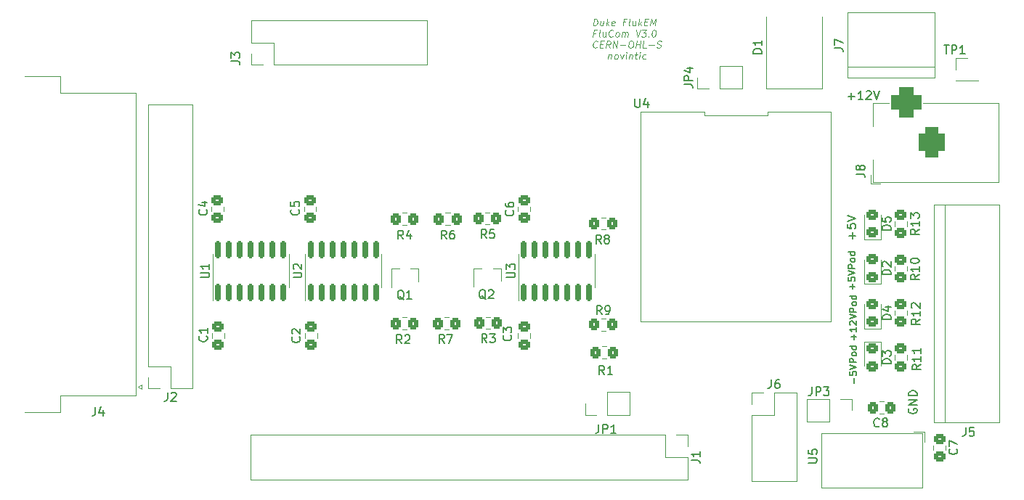
<source format=gbr>
G04 #@! TF.GenerationSoftware,KiCad,Pcbnew,(6.0.6-0)*
G04 #@! TF.CreationDate,2022-07-25T14:34:37+02:00*
G04 #@! TF.ProjectId,FluCom3 - SOIC,466c7543-6f6d-4332-902d-20534f49432e,3.0*
G04 #@! TF.SameCoordinates,Original*
G04 #@! TF.FileFunction,Legend,Top*
G04 #@! TF.FilePolarity,Positive*
%FSLAX46Y46*%
G04 Gerber Fmt 4.6, Leading zero omitted, Abs format (unit mm)*
G04 Created by KiCad (PCBNEW (6.0.6-0)) date 2022-07-25 14:34:37*
%MOMM*%
%LPD*%
G01*
G04 APERTURE LIST*
G04 Aperture macros list*
%AMRoundRect*
0 Rectangle with rounded corners*
0 $1 Rounding radius*
0 $2 $3 $4 $5 $6 $7 $8 $9 X,Y pos of 4 corners*
0 Add a 4 corners polygon primitive as box body*
4,1,4,$2,$3,$4,$5,$6,$7,$8,$9,$2,$3,0*
0 Add four circle primitives for the rounded corners*
1,1,$1+$1,$2,$3*
1,1,$1+$1,$4,$5*
1,1,$1+$1,$6,$7*
1,1,$1+$1,$8,$9*
0 Add four rect primitives between the rounded corners*
20,1,$1+$1,$2,$3,$4,$5,0*
20,1,$1+$1,$4,$5,$6,$7,0*
20,1,$1+$1,$6,$7,$8,$9,0*
20,1,$1+$1,$8,$9,$2,$3,0*%
G04 Aperture macros list end*
%ADD10C,0.100000*%
%ADD11C,0.200000*%
%ADD12C,0.150000*%
%ADD13C,0.120000*%
%ADD14RoundRect,0.250000X-0.450000X0.325000X-0.450000X-0.325000X0.450000X-0.325000X0.450000X0.325000X0*%
%ADD15RoundRect,0.250000X0.450000X-0.325000X0.450000X0.325000X-0.450000X0.325000X-0.450000X-0.325000X0*%
%ADD16R,3.300000X2.500000*%
%ADD17R,1.700000X1.700000*%
%ADD18O,1.700000X1.700000*%
%ADD19R,3.500000X3.500000*%
%ADD20RoundRect,0.750000X0.750000X1.000000X-0.750000X1.000000X-0.750000X-1.000000X0.750000X-1.000000X0*%
%ADD21RoundRect,0.875000X0.875000X0.875000X-0.875000X0.875000X-0.875000X-0.875000X0.875000X-0.875000X0*%
%ADD22R,3.000000X3.000000*%
%ADD23C,3.000000*%
%ADD24R,0.800000X0.900000*%
%ADD25RoundRect,0.250000X0.325000X0.450000X-0.325000X0.450000X-0.325000X-0.450000X0.325000X-0.450000X0*%
%ADD26RoundRect,0.150000X0.150000X-0.825000X0.150000X0.825000X-0.150000X0.825000X-0.150000X-0.825000X0*%
%ADD27R,1.500000X2.000000*%
%ADD28O,1.500000X2.000000*%
%ADD29RoundRect,0.250000X-0.325000X-0.450000X0.325000X-0.450000X0.325000X0.450000X-0.325000X0.450000X0*%
%ADD30R,1.600000X1.600000*%
%ADD31C,1.600000*%
%ADD32O,2.000000X1.200000*%
G04 APERTURE END LIST*
D10*
X123319500Y-86429904D02*
X123419500Y-85629904D01*
X123609976Y-85629904D01*
X123719500Y-85668000D01*
X123786166Y-85744190D01*
X123814738Y-85820380D01*
X123833785Y-85972761D01*
X123819500Y-86087047D01*
X123762357Y-86239428D01*
X123714738Y-86315619D01*
X123629023Y-86391809D01*
X123509976Y-86429904D01*
X123319500Y-86429904D01*
X124529023Y-85896571D02*
X124462357Y-86429904D01*
X124186166Y-85896571D02*
X124133785Y-86315619D01*
X124162357Y-86391809D01*
X124233785Y-86429904D01*
X124348071Y-86429904D01*
X124429023Y-86391809D01*
X124471880Y-86353714D01*
X124843309Y-86429904D02*
X124943309Y-85629904D01*
X124957595Y-86125142D02*
X125148071Y-86429904D01*
X125214738Y-85896571D02*
X124871880Y-86201333D01*
X125800452Y-86391809D02*
X125719500Y-86429904D01*
X125567119Y-86429904D01*
X125495690Y-86391809D01*
X125467119Y-86315619D01*
X125505214Y-86010857D01*
X125552833Y-85934666D01*
X125633785Y-85896571D01*
X125786166Y-85896571D01*
X125857595Y-85934666D01*
X125886166Y-86010857D01*
X125876642Y-86087047D01*
X125486166Y-86163238D01*
X127105214Y-86010857D02*
X126838547Y-86010857D01*
X126786166Y-86429904D02*
X126886166Y-85629904D01*
X127267119Y-85629904D01*
X127586166Y-86429904D02*
X127514738Y-86391809D01*
X127486166Y-86315619D01*
X127571880Y-85629904D01*
X128300452Y-85896571D02*
X128233785Y-86429904D01*
X127957595Y-85896571D02*
X127905214Y-86315619D01*
X127933785Y-86391809D01*
X128005214Y-86429904D01*
X128119500Y-86429904D01*
X128200452Y-86391809D01*
X128243309Y-86353714D01*
X128614738Y-86429904D02*
X128714738Y-85629904D01*
X128729023Y-86125142D02*
X128919500Y-86429904D01*
X128986166Y-85896571D02*
X128643309Y-86201333D01*
X129314738Y-86010857D02*
X129581404Y-86010857D01*
X129643309Y-86429904D02*
X129262357Y-86429904D01*
X129362357Y-85629904D01*
X129743309Y-85629904D01*
X129986166Y-86429904D02*
X130086166Y-85629904D01*
X130281404Y-86201333D01*
X130619500Y-85629904D01*
X130519500Y-86429904D01*
X123619500Y-87298857D02*
X123352833Y-87298857D01*
X123300452Y-87717904D02*
X123400452Y-86917904D01*
X123781404Y-86917904D01*
X124100452Y-87717904D02*
X124029023Y-87679809D01*
X124000452Y-87603619D01*
X124086166Y-86917904D01*
X124814738Y-87184571D02*
X124748071Y-87717904D01*
X124471880Y-87184571D02*
X124419500Y-87603619D01*
X124448071Y-87679809D01*
X124519500Y-87717904D01*
X124633785Y-87717904D01*
X124714738Y-87679809D01*
X124757595Y-87641714D01*
X125595690Y-87641714D02*
X125552833Y-87679809D01*
X125433785Y-87717904D01*
X125357595Y-87717904D01*
X125248071Y-87679809D01*
X125181404Y-87603619D01*
X125152833Y-87527428D01*
X125133785Y-87375047D01*
X125148071Y-87260761D01*
X125205214Y-87108380D01*
X125252833Y-87032190D01*
X125338547Y-86956000D01*
X125457595Y-86917904D01*
X125533785Y-86917904D01*
X125643309Y-86956000D01*
X125676642Y-86994095D01*
X126043309Y-87717904D02*
X125971880Y-87679809D01*
X125938547Y-87641714D01*
X125909976Y-87565523D01*
X125938547Y-87336952D01*
X125986166Y-87260761D01*
X126029023Y-87222666D01*
X126109976Y-87184571D01*
X126224261Y-87184571D01*
X126295690Y-87222666D01*
X126329023Y-87260761D01*
X126357595Y-87336952D01*
X126329023Y-87565523D01*
X126281404Y-87641714D01*
X126238547Y-87679809D01*
X126157595Y-87717904D01*
X126043309Y-87717904D01*
X126652833Y-87717904D02*
X126719500Y-87184571D01*
X126709976Y-87260761D02*
X126752833Y-87222666D01*
X126833785Y-87184571D01*
X126948071Y-87184571D01*
X127019500Y-87222666D01*
X127048071Y-87298857D01*
X126995690Y-87717904D01*
X127048071Y-87298857D02*
X127095690Y-87222666D01*
X127176642Y-87184571D01*
X127290928Y-87184571D01*
X127362357Y-87222666D01*
X127390928Y-87298857D01*
X127338547Y-87717904D01*
X128314738Y-86917904D02*
X128481404Y-87717904D01*
X128848071Y-86917904D01*
X129038547Y-86917904D02*
X129533785Y-86917904D01*
X129229023Y-87222666D01*
X129343309Y-87222666D01*
X129414738Y-87260761D01*
X129448071Y-87298857D01*
X129476642Y-87375047D01*
X129452833Y-87565523D01*
X129405214Y-87641714D01*
X129362357Y-87679809D01*
X129281404Y-87717904D01*
X129052833Y-87717904D01*
X128981404Y-87679809D01*
X128948071Y-87641714D01*
X129786166Y-87641714D02*
X129819500Y-87679809D01*
X129776642Y-87717904D01*
X129743309Y-87679809D01*
X129786166Y-87641714D01*
X129776642Y-87717904D01*
X130409976Y-86917904D02*
X130486166Y-86917904D01*
X130557595Y-86956000D01*
X130590928Y-86994095D01*
X130619500Y-87070285D01*
X130638547Y-87222666D01*
X130614738Y-87413142D01*
X130557595Y-87565523D01*
X130509976Y-87641714D01*
X130467119Y-87679809D01*
X130386166Y-87717904D01*
X130309976Y-87717904D01*
X130238547Y-87679809D01*
X130205214Y-87641714D01*
X130176642Y-87565523D01*
X130157595Y-87413142D01*
X130181404Y-87222666D01*
X130238547Y-87070285D01*
X130286166Y-86994095D01*
X130329023Y-86956000D01*
X130409976Y-86917904D01*
X123767119Y-88929714D02*
X123724261Y-88967809D01*
X123605214Y-89005904D01*
X123529023Y-89005904D01*
X123419500Y-88967809D01*
X123352833Y-88891619D01*
X123324261Y-88815428D01*
X123305214Y-88663047D01*
X123319500Y-88548761D01*
X123376642Y-88396380D01*
X123424261Y-88320190D01*
X123509976Y-88244000D01*
X123629023Y-88205904D01*
X123705214Y-88205904D01*
X123814738Y-88244000D01*
X123848071Y-88282095D01*
X124152833Y-88586857D02*
X124419500Y-88586857D01*
X124481404Y-89005904D02*
X124100452Y-89005904D01*
X124200452Y-88205904D01*
X124581404Y-88205904D01*
X125281404Y-89005904D02*
X125062357Y-88624952D01*
X124824261Y-89005904D02*
X124924261Y-88205904D01*
X125229023Y-88205904D01*
X125300452Y-88244000D01*
X125333785Y-88282095D01*
X125362357Y-88358285D01*
X125348071Y-88472571D01*
X125300452Y-88548761D01*
X125257595Y-88586857D01*
X125176642Y-88624952D01*
X124871880Y-88624952D01*
X125624261Y-89005904D02*
X125724261Y-88205904D01*
X126081404Y-89005904D01*
X126181404Y-88205904D01*
X126500452Y-88701142D02*
X127109976Y-88701142D01*
X127705214Y-88205904D02*
X127857595Y-88205904D01*
X127929023Y-88244000D01*
X127995690Y-88320190D01*
X128014738Y-88472571D01*
X127981404Y-88739238D01*
X127924261Y-88891619D01*
X127838547Y-88967809D01*
X127757595Y-89005904D01*
X127605214Y-89005904D01*
X127533785Y-88967809D01*
X127467119Y-88891619D01*
X127448071Y-88739238D01*
X127481404Y-88472571D01*
X127538547Y-88320190D01*
X127624261Y-88244000D01*
X127705214Y-88205904D01*
X128290928Y-89005904D02*
X128390928Y-88205904D01*
X128343309Y-88586857D02*
X128800452Y-88586857D01*
X128748071Y-89005904D02*
X128848071Y-88205904D01*
X129509976Y-89005904D02*
X129129023Y-89005904D01*
X129229023Y-88205904D01*
X129814738Y-88701142D02*
X130424261Y-88701142D01*
X130733785Y-88967809D02*
X130843309Y-89005904D01*
X131033785Y-89005904D01*
X131114738Y-88967809D01*
X131157595Y-88929714D01*
X131205214Y-88853523D01*
X131214738Y-88777333D01*
X131186166Y-88701142D01*
X131152833Y-88663047D01*
X131081404Y-88624952D01*
X130933785Y-88586857D01*
X130862357Y-88548761D01*
X130829023Y-88510666D01*
X130800452Y-88434476D01*
X130809976Y-88358285D01*
X130857595Y-88282095D01*
X130900452Y-88244000D01*
X130981404Y-88205904D01*
X131171880Y-88205904D01*
X131281404Y-88244000D01*
X125138547Y-89760571D02*
X125071880Y-90293904D01*
X125129023Y-89836761D02*
X125171880Y-89798666D01*
X125252833Y-89760571D01*
X125367119Y-89760571D01*
X125438547Y-89798666D01*
X125467119Y-89874857D01*
X125414738Y-90293904D01*
X125909976Y-90293904D02*
X125838547Y-90255809D01*
X125805214Y-90217714D01*
X125776642Y-90141523D01*
X125805214Y-89912952D01*
X125852833Y-89836761D01*
X125895690Y-89798666D01*
X125976642Y-89760571D01*
X126090928Y-89760571D01*
X126162357Y-89798666D01*
X126195690Y-89836761D01*
X126224261Y-89912952D01*
X126195690Y-90141523D01*
X126148071Y-90217714D01*
X126105214Y-90255809D01*
X126024261Y-90293904D01*
X125909976Y-90293904D01*
X126509976Y-89760571D02*
X126633785Y-90293904D01*
X126890928Y-89760571D01*
X127129023Y-90293904D02*
X127195690Y-89760571D01*
X127229023Y-89493904D02*
X127186166Y-89532000D01*
X127219500Y-89570095D01*
X127262357Y-89532000D01*
X127229023Y-89493904D01*
X127219500Y-89570095D01*
X127576642Y-89760571D02*
X127509976Y-90293904D01*
X127567119Y-89836761D02*
X127609976Y-89798666D01*
X127690928Y-89760571D01*
X127805214Y-89760571D01*
X127876642Y-89798666D01*
X127905214Y-89874857D01*
X127852833Y-90293904D01*
X128186166Y-89760571D02*
X128490928Y-89760571D01*
X128333785Y-89493904D02*
X128248071Y-90179619D01*
X128276642Y-90255809D01*
X128348071Y-90293904D01*
X128424261Y-90293904D01*
X128690928Y-90293904D02*
X128757595Y-89760571D01*
X128790928Y-89493904D02*
X128748071Y-89532000D01*
X128781404Y-89570095D01*
X128824261Y-89532000D01*
X128790928Y-89493904D01*
X128781404Y-89570095D01*
X129419500Y-90255809D02*
X129338547Y-90293904D01*
X129186166Y-90293904D01*
X129114738Y-90255809D01*
X129081404Y-90217714D01*
X129052833Y-90141523D01*
X129081404Y-89912952D01*
X129129023Y-89836761D01*
X129171880Y-89798666D01*
X129252833Y-89760571D01*
X129405214Y-89760571D01*
X129476642Y-89798666D01*
D11*
X153557142Y-117152380D02*
X153557142Y-116542857D01*
X153861904Y-116847619D02*
X153252380Y-116847619D01*
X153061904Y-115780952D02*
X153061904Y-116161904D01*
X153442857Y-116200000D01*
X153404761Y-116161904D01*
X153366666Y-116085714D01*
X153366666Y-115895238D01*
X153404761Y-115819047D01*
X153442857Y-115780952D01*
X153519047Y-115742857D01*
X153709523Y-115742857D01*
X153785714Y-115780952D01*
X153823809Y-115819047D01*
X153861904Y-115895238D01*
X153861904Y-116085714D01*
X153823809Y-116161904D01*
X153785714Y-116200000D01*
X153061904Y-115514285D02*
X153861904Y-115247619D01*
X153061904Y-114980952D01*
X153861904Y-114714285D02*
X153061904Y-114714285D01*
X153061904Y-114409523D01*
X153100000Y-114333333D01*
X153138095Y-114295238D01*
X153214285Y-114257142D01*
X153328571Y-114257142D01*
X153404761Y-114295238D01*
X153442857Y-114333333D01*
X153480952Y-114409523D01*
X153480952Y-114714285D01*
X153861904Y-113800000D02*
X153823809Y-113876190D01*
X153785714Y-113914285D01*
X153709523Y-113952380D01*
X153480952Y-113952380D01*
X153404761Y-113914285D01*
X153366666Y-113876190D01*
X153328571Y-113800000D01*
X153328571Y-113685714D01*
X153366666Y-113609523D01*
X153404761Y-113571428D01*
X153480952Y-113533333D01*
X153709523Y-113533333D01*
X153785714Y-113571428D01*
X153823809Y-113609523D01*
X153861904Y-113685714D01*
X153861904Y-113800000D01*
X153861904Y-112847619D02*
X153061904Y-112847619D01*
X153823809Y-112847619D02*
X153861904Y-112923809D01*
X153861904Y-113076190D01*
X153823809Y-113152380D01*
X153785714Y-113190476D01*
X153709523Y-113228571D01*
X153480952Y-113228571D01*
X153404761Y-113190476D01*
X153366666Y-113152380D01*
X153328571Y-113076190D01*
X153328571Y-112923809D01*
X153366666Y-112847619D01*
X153025695Y-94661028D02*
X153787600Y-94661028D01*
X153406647Y-95041980D02*
X153406647Y-94280076D01*
X154787600Y-95041980D02*
X154216171Y-95041980D01*
X154501885Y-95041980D02*
X154501885Y-94041980D01*
X154406647Y-94184838D01*
X154311409Y-94280076D01*
X154216171Y-94327695D01*
X155168552Y-94137219D02*
X155216171Y-94089600D01*
X155311409Y-94041980D01*
X155549504Y-94041980D01*
X155644742Y-94089600D01*
X155692361Y-94137219D01*
X155739980Y-94232457D01*
X155739980Y-94327695D01*
X155692361Y-94470552D01*
X155120933Y-95041980D01*
X155739980Y-95041980D01*
X156025695Y-94041980D02*
X156359028Y-95041980D01*
X156692361Y-94041980D01*
X160129600Y-131114704D02*
X160081980Y-131209942D01*
X160081980Y-131352800D01*
X160129600Y-131495657D01*
X160224838Y-131590895D01*
X160320076Y-131638514D01*
X160510552Y-131686133D01*
X160653409Y-131686133D01*
X160843885Y-131638514D01*
X160939123Y-131590895D01*
X161034361Y-131495657D01*
X161081980Y-131352800D01*
X161081980Y-131257561D01*
X161034361Y-131114704D01*
X160986742Y-131067085D01*
X160653409Y-131067085D01*
X160653409Y-131257561D01*
X161081980Y-130638514D02*
X160081980Y-130638514D01*
X161081980Y-130067085D01*
X160081980Y-130067085D01*
X161081980Y-129590895D02*
X160081980Y-129590895D01*
X160081980Y-129352800D01*
X160129600Y-129209942D01*
X160224838Y-129114704D01*
X160320076Y-129067085D01*
X160510552Y-129019466D01*
X160653409Y-129019466D01*
X160843885Y-129067085D01*
X160939123Y-129114704D01*
X161034361Y-129209942D01*
X161081980Y-129352800D01*
X161081980Y-129590895D01*
X153727142Y-123033333D02*
X153727142Y-122423809D01*
X154031904Y-122728571D02*
X153422380Y-122728571D01*
X154031904Y-121623809D02*
X154031904Y-122080952D01*
X154031904Y-121852380D02*
X153231904Y-121852380D01*
X153346190Y-121928571D01*
X153422380Y-122004761D01*
X153460476Y-122080952D01*
X153308095Y-121319047D02*
X153270000Y-121280952D01*
X153231904Y-121204761D01*
X153231904Y-121014285D01*
X153270000Y-120938095D01*
X153308095Y-120900000D01*
X153384285Y-120861904D01*
X153460476Y-120861904D01*
X153574761Y-120900000D01*
X154031904Y-121357142D01*
X154031904Y-120861904D01*
X153231904Y-120633333D02*
X154031904Y-120366666D01*
X153231904Y-120100000D01*
X154031904Y-119833333D02*
X153231904Y-119833333D01*
X153231904Y-119528571D01*
X153270000Y-119452380D01*
X153308095Y-119414285D01*
X153384285Y-119376190D01*
X153498571Y-119376190D01*
X153574761Y-119414285D01*
X153612857Y-119452380D01*
X153650952Y-119528571D01*
X153650952Y-119833333D01*
X154031904Y-118919047D02*
X153993809Y-118995238D01*
X153955714Y-119033333D01*
X153879523Y-119071428D01*
X153650952Y-119071428D01*
X153574761Y-119033333D01*
X153536666Y-118995238D01*
X153498571Y-118919047D01*
X153498571Y-118804761D01*
X153536666Y-118728571D01*
X153574761Y-118690476D01*
X153650952Y-118652380D01*
X153879523Y-118652380D01*
X153955714Y-118690476D01*
X153993809Y-118728571D01*
X154031904Y-118804761D01*
X154031904Y-118919047D01*
X154031904Y-117966666D02*
X153231904Y-117966666D01*
X153993809Y-117966666D02*
X154031904Y-118042857D01*
X154031904Y-118195238D01*
X153993809Y-118271428D01*
X153955714Y-118309523D01*
X153879523Y-118347619D01*
X153650952Y-118347619D01*
X153574761Y-118309523D01*
X153536666Y-118271428D01*
X153498571Y-118195238D01*
X153498571Y-118042857D01*
X153536666Y-117966666D01*
X153727142Y-128152380D02*
X153727142Y-127542857D01*
X153231904Y-126780952D02*
X153231904Y-127161904D01*
X153612857Y-127200000D01*
X153574761Y-127161904D01*
X153536666Y-127085714D01*
X153536666Y-126895238D01*
X153574761Y-126819047D01*
X153612857Y-126780952D01*
X153689047Y-126742857D01*
X153879523Y-126742857D01*
X153955714Y-126780952D01*
X153993809Y-126819047D01*
X154031904Y-126895238D01*
X154031904Y-127085714D01*
X153993809Y-127161904D01*
X153955714Y-127200000D01*
X153231904Y-126514285D02*
X154031904Y-126247619D01*
X153231904Y-125980952D01*
X154031904Y-125714285D02*
X153231904Y-125714285D01*
X153231904Y-125409523D01*
X153270000Y-125333333D01*
X153308095Y-125295238D01*
X153384285Y-125257142D01*
X153498571Y-125257142D01*
X153574761Y-125295238D01*
X153612857Y-125333333D01*
X153650952Y-125409523D01*
X153650952Y-125714285D01*
X154031904Y-124800000D02*
X153993809Y-124876190D01*
X153955714Y-124914285D01*
X153879523Y-124952380D01*
X153650952Y-124952380D01*
X153574761Y-124914285D01*
X153536666Y-124876190D01*
X153498571Y-124800000D01*
X153498571Y-124685714D01*
X153536666Y-124609523D01*
X153574761Y-124571428D01*
X153650952Y-124533333D01*
X153879523Y-124533333D01*
X153955714Y-124571428D01*
X153993809Y-124609523D01*
X154031904Y-124685714D01*
X154031904Y-124800000D01*
X154031904Y-123847619D02*
X153231904Y-123847619D01*
X153993809Y-123847619D02*
X154031904Y-123923809D01*
X154031904Y-124076190D01*
X153993809Y-124152380D01*
X153955714Y-124190476D01*
X153879523Y-124228571D01*
X153650952Y-124228571D01*
X153574761Y-124190476D01*
X153536666Y-124152380D01*
X153498571Y-124076190D01*
X153498571Y-123923809D01*
X153536666Y-123847619D01*
X153571428Y-111285714D02*
X153571428Y-110523809D01*
X153952380Y-110904761D02*
X153190476Y-110904761D01*
X152952380Y-109571428D02*
X152952380Y-110047619D01*
X153428571Y-110095238D01*
X153380952Y-110047619D01*
X153333333Y-109952380D01*
X153333333Y-109714285D01*
X153380952Y-109619047D01*
X153428571Y-109571428D01*
X153523809Y-109523809D01*
X153761904Y-109523809D01*
X153857142Y-109571428D01*
X153904761Y-109619047D01*
X153952380Y-109714285D01*
X153952380Y-109952380D01*
X153904761Y-110047619D01*
X153857142Y-110095238D01*
X152952380Y-109238095D02*
X153952380Y-108904761D01*
X152952380Y-108571428D01*
D12*
X78260742Y-122647066D02*
X78308361Y-122694685D01*
X78355980Y-122837542D01*
X78355980Y-122932780D01*
X78308361Y-123075638D01*
X78213123Y-123170876D01*
X78117885Y-123218495D01*
X77927409Y-123266114D01*
X77784552Y-123266114D01*
X77594076Y-123218495D01*
X77498838Y-123170876D01*
X77403600Y-123075638D01*
X77355980Y-122932780D01*
X77355980Y-122837542D01*
X77403600Y-122694685D01*
X77451219Y-122647066D01*
X78355980Y-121694685D02*
X78355980Y-122266114D01*
X78355980Y-121980400D02*
X77355980Y-121980400D01*
X77498838Y-122075638D01*
X77594076Y-122170876D01*
X77641695Y-122266114D01*
X89081142Y-122747066D02*
X89128761Y-122794685D01*
X89176380Y-122937542D01*
X89176380Y-123032780D01*
X89128761Y-123175638D01*
X89033523Y-123270876D01*
X88938285Y-123318495D01*
X88747809Y-123366114D01*
X88604952Y-123366114D01*
X88414476Y-123318495D01*
X88319238Y-123270876D01*
X88224000Y-123175638D01*
X88176380Y-123032780D01*
X88176380Y-122937542D01*
X88224000Y-122794685D01*
X88271619Y-122747066D01*
X88271619Y-122366114D02*
X88224000Y-122318495D01*
X88176380Y-122223257D01*
X88176380Y-121985161D01*
X88224000Y-121889923D01*
X88271619Y-121842304D01*
X88366857Y-121794685D01*
X88462095Y-121794685D01*
X88604952Y-121842304D01*
X89176380Y-122413733D01*
X89176380Y-121794685D01*
X88979542Y-107889266D02*
X89027161Y-107936885D01*
X89074780Y-108079742D01*
X89074780Y-108174980D01*
X89027161Y-108317838D01*
X88931923Y-108413076D01*
X88836685Y-108460695D01*
X88646209Y-108508314D01*
X88503352Y-108508314D01*
X88312876Y-108460695D01*
X88217638Y-108413076D01*
X88122400Y-108317838D01*
X88074780Y-108174980D01*
X88074780Y-108079742D01*
X88122400Y-107936885D01*
X88170019Y-107889266D01*
X88074780Y-106984504D02*
X88074780Y-107460695D01*
X88550971Y-107508314D01*
X88503352Y-107460695D01*
X88455733Y-107365457D01*
X88455733Y-107127361D01*
X88503352Y-107032123D01*
X88550971Y-106984504D01*
X88646209Y-106936885D01*
X88884304Y-106936885D01*
X88979542Y-106984504D01*
X89027161Y-107032123D01*
X89074780Y-107127361D01*
X89074780Y-107365457D01*
X89027161Y-107460695D01*
X88979542Y-107508314D01*
X165710142Y-135802666D02*
X165757761Y-135850285D01*
X165805380Y-135993142D01*
X165805380Y-136088380D01*
X165757761Y-136231238D01*
X165662523Y-136326476D01*
X165567285Y-136374095D01*
X165376809Y-136421714D01*
X165233952Y-136421714D01*
X165043476Y-136374095D01*
X164948238Y-136326476D01*
X164853000Y-136231238D01*
X164805380Y-136088380D01*
X164805380Y-135993142D01*
X164853000Y-135850285D01*
X164900619Y-135802666D01*
X164805380Y-135469333D02*
X164805380Y-134802666D01*
X165805380Y-135231238D01*
X158027380Y-115463095D02*
X157027380Y-115463095D01*
X157027380Y-115225000D01*
X157075000Y-115082142D01*
X157170238Y-114986904D01*
X157265476Y-114939285D01*
X157455952Y-114891666D01*
X157598809Y-114891666D01*
X157789285Y-114939285D01*
X157884523Y-114986904D01*
X157979761Y-115082142D01*
X158027380Y-115225000D01*
X158027380Y-115463095D01*
X157122619Y-114510714D02*
X157075000Y-114463095D01*
X157027380Y-114367857D01*
X157027380Y-114129761D01*
X157075000Y-114034523D01*
X157122619Y-113986904D01*
X157217857Y-113939285D01*
X157313095Y-113939285D01*
X157455952Y-113986904D01*
X158027380Y-114558333D01*
X158027380Y-113939285D01*
X158027380Y-125863095D02*
X157027380Y-125863095D01*
X157027380Y-125625000D01*
X157075000Y-125482142D01*
X157170238Y-125386904D01*
X157265476Y-125339285D01*
X157455952Y-125291666D01*
X157598809Y-125291666D01*
X157789285Y-125339285D01*
X157884523Y-125386904D01*
X157979761Y-125482142D01*
X158027380Y-125625000D01*
X158027380Y-125863095D01*
X157027380Y-124958333D02*
X157027380Y-124339285D01*
X157408333Y-124672619D01*
X157408333Y-124529761D01*
X157455952Y-124434523D01*
X157503571Y-124386904D01*
X157598809Y-124339285D01*
X157836904Y-124339285D01*
X157932142Y-124386904D01*
X157979761Y-124434523D01*
X158027380Y-124529761D01*
X158027380Y-124815476D01*
X157979761Y-124910714D01*
X157932142Y-124958333D01*
X158059380Y-120663095D02*
X157059380Y-120663095D01*
X157059380Y-120425000D01*
X157107000Y-120282142D01*
X157202238Y-120186904D01*
X157297476Y-120139285D01*
X157487952Y-120091666D01*
X157630809Y-120091666D01*
X157821285Y-120139285D01*
X157916523Y-120186904D01*
X158011761Y-120282142D01*
X158059380Y-120425000D01*
X158059380Y-120663095D01*
X157392714Y-119234523D02*
X158059380Y-119234523D01*
X157011761Y-119472619D02*
X157726047Y-119710714D01*
X157726047Y-119091666D01*
X158027380Y-110263095D02*
X157027380Y-110263095D01*
X157027380Y-110025000D01*
X157075000Y-109882142D01*
X157170238Y-109786904D01*
X157265476Y-109739285D01*
X157455952Y-109691666D01*
X157598809Y-109691666D01*
X157789285Y-109739285D01*
X157884523Y-109786904D01*
X157979761Y-109882142D01*
X158027380Y-110025000D01*
X158027380Y-110263095D01*
X157027380Y-108786904D02*
X157027380Y-109263095D01*
X157503571Y-109310714D01*
X157455952Y-109263095D01*
X157408333Y-109167857D01*
X157408333Y-108929761D01*
X157455952Y-108834523D01*
X157503571Y-108786904D01*
X157598809Y-108739285D01*
X157836904Y-108739285D01*
X157932142Y-108786904D01*
X157979761Y-108834523D01*
X158027380Y-108929761D01*
X158027380Y-109167857D01*
X157979761Y-109263095D01*
X157932142Y-109310714D01*
X142971780Y-89663495D02*
X141971780Y-89663495D01*
X141971780Y-89425400D01*
X142019400Y-89282542D01*
X142114638Y-89187304D01*
X142209876Y-89139685D01*
X142400352Y-89092066D01*
X142543209Y-89092066D01*
X142733685Y-89139685D01*
X142828923Y-89187304D01*
X142924161Y-89282542D01*
X142971780Y-89425400D01*
X142971780Y-89663495D01*
X142971780Y-88139685D02*
X142971780Y-88711114D01*
X142971780Y-88425400D02*
X141971780Y-88425400D01*
X142114638Y-88520638D01*
X142209876Y-88615876D01*
X142257495Y-88711114D01*
X134782380Y-137103333D02*
X135496666Y-137103333D01*
X135639523Y-137150952D01*
X135734761Y-137246190D01*
X135782380Y-137389047D01*
X135782380Y-137484285D01*
X135782380Y-136103333D02*
X135782380Y-136674761D01*
X135782380Y-136389047D02*
X134782380Y-136389047D01*
X134925238Y-136484285D01*
X135020476Y-136579523D01*
X135068095Y-136674761D01*
X73711666Y-129207380D02*
X73711666Y-129921666D01*
X73664047Y-130064523D01*
X73568809Y-130159761D01*
X73425952Y-130207380D01*
X73330714Y-130207380D01*
X74140238Y-129302619D02*
X74187857Y-129255000D01*
X74283095Y-129207380D01*
X74521190Y-129207380D01*
X74616428Y-129255000D01*
X74664047Y-129302619D01*
X74711666Y-129397857D01*
X74711666Y-129493095D01*
X74664047Y-129635952D01*
X74092619Y-130207380D01*
X74711666Y-130207380D01*
X153991380Y-103708333D02*
X154705666Y-103708333D01*
X154848523Y-103755952D01*
X154943761Y-103851190D01*
X154991380Y-103994047D01*
X154991380Y-104089285D01*
X154419952Y-103089285D02*
X154372333Y-103184523D01*
X154324714Y-103232142D01*
X154229476Y-103279761D01*
X154181857Y-103279761D01*
X154086619Y-103232142D01*
X154039000Y-103184523D01*
X153991380Y-103089285D01*
X153991380Y-102898809D01*
X154039000Y-102803571D01*
X154086619Y-102755952D01*
X154181857Y-102708333D01*
X154229476Y-102708333D01*
X154324714Y-102755952D01*
X154372333Y-102803571D01*
X154419952Y-102898809D01*
X154419952Y-103089285D01*
X154467571Y-103184523D01*
X154515190Y-103232142D01*
X154610428Y-103279761D01*
X154800904Y-103279761D01*
X154896142Y-103232142D01*
X154943761Y-103184523D01*
X154991380Y-103089285D01*
X154991380Y-102898809D01*
X154943761Y-102803571D01*
X154896142Y-102755952D01*
X154800904Y-102708333D01*
X154610428Y-102708333D01*
X154515190Y-102755952D01*
X154467571Y-102803571D01*
X154419952Y-102898809D01*
X166747866Y-133310380D02*
X166747866Y-134024666D01*
X166700247Y-134167523D01*
X166605009Y-134262761D01*
X166462152Y-134310380D01*
X166366914Y-134310380D01*
X167700247Y-133310380D02*
X167224057Y-133310380D01*
X167176438Y-133786571D01*
X167224057Y-133738952D01*
X167319295Y-133691333D01*
X167557390Y-133691333D01*
X167652628Y-133738952D01*
X167700247Y-133786571D01*
X167747866Y-133881809D01*
X167747866Y-134119904D01*
X167700247Y-134215142D01*
X167652628Y-134262761D01*
X167557390Y-134310380D01*
X167319295Y-134310380D01*
X167224057Y-134262761D01*
X167176438Y-134215142D01*
X151452380Y-89033333D02*
X152166666Y-89033333D01*
X152309523Y-89080952D01*
X152404761Y-89176190D01*
X152452380Y-89319047D01*
X152452380Y-89414285D01*
X151452380Y-88652380D02*
X151452380Y-87985714D01*
X152452380Y-88414285D01*
X148823466Y-128585980D02*
X148823466Y-129300266D01*
X148775847Y-129443123D01*
X148680609Y-129538361D01*
X148537752Y-129585980D01*
X148442514Y-129585980D01*
X149299657Y-129585980D02*
X149299657Y-128585980D01*
X149680609Y-128585980D01*
X149775847Y-128633600D01*
X149823466Y-128681219D01*
X149871085Y-128776457D01*
X149871085Y-128919314D01*
X149823466Y-129014552D01*
X149775847Y-129062171D01*
X149680609Y-129109790D01*
X149299657Y-129109790D01*
X150204419Y-128585980D02*
X150823466Y-128585980D01*
X150490133Y-128966933D01*
X150632990Y-128966933D01*
X150728228Y-129014552D01*
X150775847Y-129062171D01*
X150823466Y-129157409D01*
X150823466Y-129395504D01*
X150775847Y-129490742D01*
X150728228Y-129538361D01*
X150632990Y-129585980D01*
X150347276Y-129585980D01*
X150252038Y-129538361D01*
X150204419Y-129490742D01*
X110806761Y-118347619D02*
X110711523Y-118300000D01*
X110616285Y-118204761D01*
X110473428Y-118061904D01*
X110378190Y-118014285D01*
X110282952Y-118014285D01*
X110330571Y-118252380D02*
X110235333Y-118204761D01*
X110140095Y-118109523D01*
X110092476Y-117919047D01*
X110092476Y-117585714D01*
X110140095Y-117395238D01*
X110235333Y-117300000D01*
X110330571Y-117252380D01*
X110521047Y-117252380D01*
X110616285Y-117300000D01*
X110711523Y-117395238D01*
X110759142Y-117585714D01*
X110759142Y-117919047D01*
X110711523Y-118109523D01*
X110616285Y-118204761D01*
X110521047Y-118252380D01*
X110330571Y-118252380D01*
X111140095Y-117347619D02*
X111187714Y-117300000D01*
X111282952Y-117252380D01*
X111521047Y-117252380D01*
X111616285Y-117300000D01*
X111663904Y-117347619D01*
X111711523Y-117442857D01*
X111711523Y-117538095D01*
X111663904Y-117680952D01*
X111092476Y-118252380D01*
X111711523Y-118252380D01*
X161327380Y-115467857D02*
X160851190Y-115801190D01*
X161327380Y-116039285D02*
X160327380Y-116039285D01*
X160327380Y-115658333D01*
X160375000Y-115563095D01*
X160422619Y-115515476D01*
X160517857Y-115467857D01*
X160660714Y-115467857D01*
X160755952Y-115515476D01*
X160803571Y-115563095D01*
X160851190Y-115658333D01*
X160851190Y-116039285D01*
X161327380Y-114515476D02*
X161327380Y-115086904D01*
X161327380Y-114801190D02*
X160327380Y-114801190D01*
X160470238Y-114896428D01*
X160565476Y-114991666D01*
X160613095Y-115086904D01*
X160327380Y-113896428D02*
X160327380Y-113801190D01*
X160375000Y-113705952D01*
X160422619Y-113658333D01*
X160517857Y-113610714D01*
X160708333Y-113563095D01*
X160946428Y-113563095D01*
X161136904Y-113610714D01*
X161232142Y-113658333D01*
X161279761Y-113705952D01*
X161327380Y-113801190D01*
X161327380Y-113896428D01*
X161279761Y-113991666D01*
X161232142Y-114039285D01*
X161136904Y-114086904D01*
X160946428Y-114134523D01*
X160708333Y-114134523D01*
X160517857Y-114086904D01*
X160422619Y-114039285D01*
X160375000Y-113991666D01*
X160327380Y-113896428D01*
X161427380Y-120667857D02*
X160951190Y-121001190D01*
X161427380Y-121239285D02*
X160427380Y-121239285D01*
X160427380Y-120858333D01*
X160475000Y-120763095D01*
X160522619Y-120715476D01*
X160617857Y-120667857D01*
X160760714Y-120667857D01*
X160855952Y-120715476D01*
X160903571Y-120763095D01*
X160951190Y-120858333D01*
X160951190Y-121239285D01*
X161427380Y-119715476D02*
X161427380Y-120286904D01*
X161427380Y-120001190D02*
X160427380Y-120001190D01*
X160570238Y-120096428D01*
X160665476Y-120191666D01*
X160713095Y-120286904D01*
X160522619Y-119334523D02*
X160475000Y-119286904D01*
X160427380Y-119191666D01*
X160427380Y-118953571D01*
X160475000Y-118858333D01*
X160522619Y-118810714D01*
X160617857Y-118763095D01*
X160713095Y-118763095D01*
X160855952Y-118810714D01*
X161427380Y-119382142D01*
X161427380Y-118763095D01*
X161327380Y-110167857D02*
X160851190Y-110501190D01*
X161327380Y-110739285D02*
X160327380Y-110739285D01*
X160327380Y-110358333D01*
X160375000Y-110263095D01*
X160422619Y-110215476D01*
X160517857Y-110167857D01*
X160660714Y-110167857D01*
X160755952Y-110215476D01*
X160803571Y-110263095D01*
X160851190Y-110358333D01*
X160851190Y-110739285D01*
X161327380Y-109215476D02*
X161327380Y-109786904D01*
X161327380Y-109501190D02*
X160327380Y-109501190D01*
X160470238Y-109596428D01*
X160565476Y-109691666D01*
X160613095Y-109786904D01*
X160327380Y-108882142D02*
X160327380Y-108263095D01*
X160708333Y-108596428D01*
X160708333Y-108453571D01*
X160755952Y-108358333D01*
X160803571Y-108310714D01*
X160898809Y-108263095D01*
X161136904Y-108263095D01*
X161232142Y-108310714D01*
X161279761Y-108358333D01*
X161327380Y-108453571D01*
X161327380Y-108739285D01*
X161279761Y-108834523D01*
X161232142Y-108882142D01*
X110932933Y-123388380D02*
X110599600Y-122912190D01*
X110361504Y-123388380D02*
X110361504Y-122388380D01*
X110742457Y-122388380D01*
X110837695Y-122436000D01*
X110885314Y-122483619D01*
X110932933Y-122578857D01*
X110932933Y-122721714D01*
X110885314Y-122816952D01*
X110837695Y-122864571D01*
X110742457Y-122912190D01*
X110361504Y-122912190D01*
X111266266Y-122388380D02*
X111885314Y-122388380D01*
X111551980Y-122769333D01*
X111694838Y-122769333D01*
X111790076Y-122816952D01*
X111837695Y-122864571D01*
X111885314Y-122959809D01*
X111885314Y-123197904D01*
X111837695Y-123293142D01*
X111790076Y-123340761D01*
X111694838Y-123388380D01*
X111409123Y-123388380D01*
X111313885Y-123340761D01*
X111266266Y-123293142D01*
X105954533Y-123439180D02*
X105621200Y-122962990D01*
X105383104Y-123439180D02*
X105383104Y-122439180D01*
X105764057Y-122439180D01*
X105859295Y-122486800D01*
X105906914Y-122534419D01*
X105954533Y-122629657D01*
X105954533Y-122772514D01*
X105906914Y-122867752D01*
X105859295Y-122915371D01*
X105764057Y-122962990D01*
X105383104Y-122962990D01*
X106287866Y-122439180D02*
X106954533Y-122439180D01*
X106525961Y-123439180D01*
X164244495Y-88707980D02*
X164815923Y-88707980D01*
X164530209Y-89707980D02*
X164530209Y-88707980D01*
X165149257Y-89707980D02*
X165149257Y-88707980D01*
X165530209Y-88707980D01*
X165625447Y-88755600D01*
X165673066Y-88803219D01*
X165720685Y-88898457D01*
X165720685Y-89041314D01*
X165673066Y-89136552D01*
X165625447Y-89184171D01*
X165530209Y-89231790D01*
X165149257Y-89231790D01*
X166673066Y-89707980D02*
X166101638Y-89707980D01*
X166387352Y-89707980D02*
X166387352Y-88707980D01*
X166292114Y-88850838D01*
X166196876Y-88946076D01*
X166101638Y-88993695D01*
X77572380Y-115808904D02*
X78381904Y-115808904D01*
X78477142Y-115761285D01*
X78524761Y-115713666D01*
X78572380Y-115618428D01*
X78572380Y-115427952D01*
X78524761Y-115332714D01*
X78477142Y-115285095D01*
X78381904Y-115237476D01*
X77572380Y-115237476D01*
X78572380Y-114237476D02*
X78572380Y-114808904D01*
X78572380Y-114523190D02*
X77572380Y-114523190D01*
X77715238Y-114618428D01*
X77810476Y-114713666D01*
X77858095Y-114808904D01*
X88355580Y-115808904D02*
X89165104Y-115808904D01*
X89260342Y-115761285D01*
X89307961Y-115713666D01*
X89355580Y-115618428D01*
X89355580Y-115427952D01*
X89307961Y-115332714D01*
X89260342Y-115285095D01*
X89165104Y-115237476D01*
X88355580Y-115237476D01*
X88450819Y-114808904D02*
X88403200Y-114761285D01*
X88355580Y-114666047D01*
X88355580Y-114427952D01*
X88403200Y-114332714D01*
X88450819Y-114285095D01*
X88546057Y-114237476D01*
X88641295Y-114237476D01*
X88784152Y-114285095D01*
X89355580Y-114856523D01*
X89355580Y-114237476D01*
X148423380Y-137413904D02*
X149232904Y-137413904D01*
X149328142Y-137366285D01*
X149375761Y-137318666D01*
X149423380Y-137223428D01*
X149423380Y-137032952D01*
X149375761Y-136937714D01*
X149328142Y-136890095D01*
X149232904Y-136842476D01*
X148423380Y-136842476D01*
X148423380Y-135890095D02*
X148423380Y-136366285D01*
X148899571Y-136413904D01*
X148851952Y-136366285D01*
X148804333Y-136271047D01*
X148804333Y-136032952D01*
X148851952Y-135937714D01*
X148899571Y-135890095D01*
X148994809Y-135842476D01*
X149232904Y-135842476D01*
X149328142Y-135890095D01*
X149375761Y-135937714D01*
X149423380Y-136032952D01*
X149423380Y-136271047D01*
X149375761Y-136366285D01*
X149328142Y-136413904D01*
X101010333Y-123502380D02*
X100677000Y-123026190D01*
X100438904Y-123502380D02*
X100438904Y-122502380D01*
X100819857Y-122502380D01*
X100915095Y-122550000D01*
X100962714Y-122597619D01*
X101010333Y-122692857D01*
X101010333Y-122835714D01*
X100962714Y-122930952D01*
X100915095Y-122978571D01*
X100819857Y-123026190D01*
X100438904Y-123026190D01*
X101391285Y-122597619D02*
X101438904Y-122550000D01*
X101534142Y-122502380D01*
X101772238Y-122502380D01*
X101867476Y-122550000D01*
X101915095Y-122597619D01*
X101962714Y-122692857D01*
X101962714Y-122788095D01*
X101915095Y-122930952D01*
X101343666Y-123502380D01*
X101962714Y-123502380D01*
X101185333Y-111318380D02*
X100852000Y-110842190D01*
X100613904Y-111318380D02*
X100613904Y-110318380D01*
X100994857Y-110318380D01*
X101090095Y-110366000D01*
X101137714Y-110413619D01*
X101185333Y-110508857D01*
X101185333Y-110651714D01*
X101137714Y-110746952D01*
X101090095Y-110794571D01*
X100994857Y-110842190D01*
X100613904Y-110842190D01*
X102042476Y-110651714D02*
X102042476Y-111318380D01*
X101804380Y-110270761D02*
X101566285Y-110985047D01*
X102185333Y-110985047D01*
X101256761Y-118397619D02*
X101161523Y-118350000D01*
X101066285Y-118254761D01*
X100923428Y-118111904D01*
X100828190Y-118064285D01*
X100732952Y-118064285D01*
X100780571Y-118302380D02*
X100685333Y-118254761D01*
X100590095Y-118159523D01*
X100542476Y-117969047D01*
X100542476Y-117635714D01*
X100590095Y-117445238D01*
X100685333Y-117350000D01*
X100780571Y-117302380D01*
X100971047Y-117302380D01*
X101066285Y-117350000D01*
X101161523Y-117445238D01*
X101209142Y-117635714D01*
X101209142Y-117969047D01*
X101161523Y-118159523D01*
X101066285Y-118254761D01*
X100971047Y-118302380D01*
X100780571Y-118302380D01*
X102161523Y-118302380D02*
X101590095Y-118302380D01*
X101875809Y-118302380D02*
X101875809Y-117302380D01*
X101780571Y-117445238D01*
X101685333Y-117540476D01*
X101590095Y-117588095D01*
X110882133Y-111218780D02*
X110548800Y-110742590D01*
X110310704Y-111218780D02*
X110310704Y-110218780D01*
X110691657Y-110218780D01*
X110786895Y-110266400D01*
X110834514Y-110314019D01*
X110882133Y-110409257D01*
X110882133Y-110552114D01*
X110834514Y-110647352D01*
X110786895Y-110694971D01*
X110691657Y-110742590D01*
X110310704Y-110742590D01*
X111786895Y-110218780D02*
X111310704Y-110218780D01*
X111263085Y-110694971D01*
X111310704Y-110647352D01*
X111405942Y-110599733D01*
X111644038Y-110599733D01*
X111739276Y-110647352D01*
X111786895Y-110694971D01*
X111834514Y-110790209D01*
X111834514Y-111028304D01*
X111786895Y-111123542D01*
X111739276Y-111171161D01*
X111644038Y-111218780D01*
X111405942Y-111218780D01*
X111310704Y-111171161D01*
X111263085Y-111123542D01*
X124633334Y-127102381D02*
X124300001Y-126626191D01*
X124061905Y-127102381D02*
X124061905Y-126102381D01*
X124442858Y-126102381D01*
X124538096Y-126150001D01*
X124585715Y-126197620D01*
X124633334Y-126292858D01*
X124633334Y-126435715D01*
X124585715Y-126530953D01*
X124538096Y-126578572D01*
X124442858Y-126626191D01*
X124061905Y-126626191D01*
X125585715Y-127102381D02*
X125014286Y-127102381D01*
X125300001Y-127102381D02*
X125300001Y-126102381D01*
X125204762Y-126245239D01*
X125109524Y-126340477D01*
X125014286Y-126388096D01*
X78249942Y-107889266D02*
X78297561Y-107936885D01*
X78345180Y-108079742D01*
X78345180Y-108174980D01*
X78297561Y-108317838D01*
X78202323Y-108413076D01*
X78107085Y-108460695D01*
X77916609Y-108508314D01*
X77773752Y-108508314D01*
X77583276Y-108460695D01*
X77488038Y-108413076D01*
X77392800Y-108317838D01*
X77345180Y-108174980D01*
X77345180Y-108079742D01*
X77392800Y-107936885D01*
X77440419Y-107889266D01*
X77678514Y-107032123D02*
X78345180Y-107032123D01*
X77297561Y-107270219D02*
X78011847Y-107508314D01*
X78011847Y-106889266D01*
X113722342Y-122547066D02*
X113769961Y-122594685D01*
X113817580Y-122737542D01*
X113817580Y-122832780D01*
X113769961Y-122975638D01*
X113674723Y-123070876D01*
X113579485Y-123118495D01*
X113389009Y-123166114D01*
X113246152Y-123166114D01*
X113055676Y-123118495D01*
X112960438Y-123070876D01*
X112865200Y-122975638D01*
X112817580Y-122832780D01*
X112817580Y-122737542D01*
X112865200Y-122594685D01*
X112912819Y-122547066D01*
X112817580Y-122213733D02*
X112817580Y-121594685D01*
X113198533Y-121928019D01*
X113198533Y-121785161D01*
X113246152Y-121689923D01*
X113293771Y-121642304D01*
X113389009Y-121594685D01*
X113627104Y-121594685D01*
X113722342Y-121642304D01*
X113769961Y-121689923D01*
X113817580Y-121785161D01*
X113817580Y-122070876D01*
X113769961Y-122166114D01*
X113722342Y-122213733D01*
X113972342Y-107964266D02*
X114019961Y-108011885D01*
X114067580Y-108154742D01*
X114067580Y-108249980D01*
X114019961Y-108392838D01*
X113924723Y-108488076D01*
X113829485Y-108535695D01*
X113639009Y-108583314D01*
X113496152Y-108583314D01*
X113305676Y-108535695D01*
X113210438Y-108488076D01*
X113115200Y-108392838D01*
X113067580Y-108249980D01*
X113067580Y-108154742D01*
X113115200Y-108011885D01*
X113162819Y-107964266D01*
X113067580Y-107107123D02*
X113067580Y-107297600D01*
X113115200Y-107392838D01*
X113162819Y-107440457D01*
X113305676Y-107535695D01*
X113496152Y-107583314D01*
X113877104Y-107583314D01*
X113972342Y-107535695D01*
X114019961Y-107488076D01*
X114067580Y-107392838D01*
X114067580Y-107202361D01*
X114019961Y-107107123D01*
X113972342Y-107059504D01*
X113877104Y-107011885D01*
X113639009Y-107011885D01*
X113543771Y-107059504D01*
X113496152Y-107107123D01*
X113448533Y-107202361D01*
X113448533Y-107392838D01*
X113496152Y-107488076D01*
X113543771Y-107535695D01*
X113639009Y-107583314D01*
X113220380Y-115808904D02*
X114029904Y-115808904D01*
X114125142Y-115761285D01*
X114172761Y-115713666D01*
X114220380Y-115618428D01*
X114220380Y-115427952D01*
X114172761Y-115332714D01*
X114125142Y-115285095D01*
X114029904Y-115237476D01*
X113220380Y-115237476D01*
X113220380Y-114856523D02*
X113220380Y-114237476D01*
X113601333Y-114570809D01*
X113601333Y-114427952D01*
X113648952Y-114332714D01*
X113696571Y-114285095D01*
X113791809Y-114237476D01*
X114029904Y-114237476D01*
X114125142Y-114285095D01*
X114172761Y-114332714D01*
X114220380Y-114427952D01*
X114220380Y-114713666D01*
X114172761Y-114808904D01*
X114125142Y-114856523D01*
X156672333Y-133135142D02*
X156624714Y-133182761D01*
X156481857Y-133230380D01*
X156386619Y-133230380D01*
X156243761Y-133182761D01*
X156148523Y-133087523D01*
X156100904Y-132992285D01*
X156053285Y-132801809D01*
X156053285Y-132658952D01*
X156100904Y-132468476D01*
X156148523Y-132373238D01*
X156243761Y-132278000D01*
X156386619Y-132230380D01*
X156481857Y-132230380D01*
X156624714Y-132278000D01*
X156672333Y-132325619D01*
X157243761Y-132658952D02*
X157148523Y-132611333D01*
X157100904Y-132563714D01*
X157053285Y-132468476D01*
X157053285Y-132420857D01*
X157100904Y-132325619D01*
X157148523Y-132278000D01*
X157243761Y-132230380D01*
X157434238Y-132230380D01*
X157529476Y-132278000D01*
X157577095Y-132325619D01*
X157624714Y-132420857D01*
X157624714Y-132468476D01*
X157577095Y-132563714D01*
X157529476Y-132611333D01*
X157434238Y-132658952D01*
X157243761Y-132658952D01*
X157148523Y-132706571D01*
X157100904Y-132754190D01*
X157053285Y-132849428D01*
X157053285Y-133039904D01*
X157100904Y-133135142D01*
X157148523Y-133182761D01*
X157243761Y-133230380D01*
X157434238Y-133230380D01*
X157529476Y-133182761D01*
X157577095Y-133135142D01*
X157624714Y-133039904D01*
X157624714Y-132849428D01*
X157577095Y-132754190D01*
X157529476Y-132706571D01*
X157434238Y-132658952D01*
X161527380Y-125967857D02*
X161051190Y-126301190D01*
X161527380Y-126539285D02*
X160527380Y-126539285D01*
X160527380Y-126158333D01*
X160575000Y-126063095D01*
X160622619Y-126015476D01*
X160717857Y-125967857D01*
X160860714Y-125967857D01*
X160955952Y-126015476D01*
X161003571Y-126063095D01*
X161051190Y-126158333D01*
X161051190Y-126539285D01*
X161527380Y-125015476D02*
X161527380Y-125586904D01*
X161527380Y-125301190D02*
X160527380Y-125301190D01*
X160670238Y-125396428D01*
X160765476Y-125491666D01*
X160813095Y-125586904D01*
X161527380Y-124063095D02*
X161527380Y-124634523D01*
X161527380Y-124348809D02*
X160527380Y-124348809D01*
X160670238Y-124444047D01*
X160765476Y-124539285D01*
X160813095Y-124634523D01*
X65300266Y-130922780D02*
X65300266Y-131637066D01*
X65252647Y-131779923D01*
X65157409Y-131875161D01*
X65014552Y-131922780D01*
X64919314Y-131922780D01*
X66205028Y-131256114D02*
X66205028Y-131922780D01*
X65966933Y-130875161D02*
X65728838Y-131589447D01*
X66347885Y-131589447D01*
X123976666Y-132952380D02*
X123976666Y-133666666D01*
X123929047Y-133809523D01*
X123833809Y-133904761D01*
X123690952Y-133952380D01*
X123595714Y-133952380D01*
X124452857Y-133952380D02*
X124452857Y-132952380D01*
X124833809Y-132952380D01*
X124929047Y-133000000D01*
X124976666Y-133047619D01*
X125024285Y-133142857D01*
X125024285Y-133285714D01*
X124976666Y-133380952D01*
X124929047Y-133428571D01*
X124833809Y-133476190D01*
X124452857Y-133476190D01*
X125976666Y-133952380D02*
X125405238Y-133952380D01*
X125690952Y-133952380D02*
X125690952Y-132952380D01*
X125595714Y-133095238D01*
X125500476Y-133190476D01*
X125405238Y-133238095D01*
X124256333Y-111852380D02*
X123923000Y-111376190D01*
X123684904Y-111852380D02*
X123684904Y-110852380D01*
X124065857Y-110852380D01*
X124161095Y-110900000D01*
X124208714Y-110947619D01*
X124256333Y-111042857D01*
X124256333Y-111185714D01*
X124208714Y-111280952D01*
X124161095Y-111328571D01*
X124065857Y-111376190D01*
X123684904Y-111376190D01*
X124827761Y-111280952D02*
X124732523Y-111233333D01*
X124684904Y-111185714D01*
X124637285Y-111090476D01*
X124637285Y-111042857D01*
X124684904Y-110947619D01*
X124732523Y-110900000D01*
X124827761Y-110852380D01*
X125018238Y-110852380D01*
X125113476Y-110900000D01*
X125161095Y-110947619D01*
X125208714Y-111042857D01*
X125208714Y-111090476D01*
X125161095Y-111185714D01*
X125113476Y-111233333D01*
X125018238Y-111280952D01*
X124827761Y-111280952D01*
X124732523Y-111328571D01*
X124684904Y-111376190D01*
X124637285Y-111471428D01*
X124637285Y-111661904D01*
X124684904Y-111757142D01*
X124732523Y-111804761D01*
X124827761Y-111852380D01*
X125018238Y-111852380D01*
X125113476Y-111804761D01*
X125161095Y-111757142D01*
X125208714Y-111661904D01*
X125208714Y-111471428D01*
X125161095Y-111376190D01*
X125113476Y-111328571D01*
X125018238Y-111280952D01*
X106208333Y-111318380D02*
X105875000Y-110842190D01*
X105636904Y-111318380D02*
X105636904Y-110318380D01*
X106017857Y-110318380D01*
X106113095Y-110366000D01*
X106160714Y-110413619D01*
X106208333Y-110508857D01*
X106208333Y-110651714D01*
X106160714Y-110746952D01*
X106113095Y-110794571D01*
X106017857Y-110842190D01*
X105636904Y-110842190D01*
X107065476Y-110318380D02*
X106875000Y-110318380D01*
X106779761Y-110366000D01*
X106732142Y-110413619D01*
X106636904Y-110556476D01*
X106589285Y-110746952D01*
X106589285Y-111127904D01*
X106636904Y-111223142D01*
X106684523Y-111270761D01*
X106779761Y-111318380D01*
X106970238Y-111318380D01*
X107065476Y-111270761D01*
X107113095Y-111223142D01*
X107160714Y-111127904D01*
X107160714Y-110889809D01*
X107113095Y-110794571D01*
X107065476Y-110746952D01*
X106970238Y-110699333D01*
X106779761Y-110699333D01*
X106684523Y-110746952D01*
X106636904Y-110794571D01*
X106589285Y-110889809D01*
X124333333Y-120102380D02*
X124000000Y-119626190D01*
X123761904Y-120102380D02*
X123761904Y-119102380D01*
X124142857Y-119102380D01*
X124238095Y-119150000D01*
X124285714Y-119197619D01*
X124333333Y-119292857D01*
X124333333Y-119435714D01*
X124285714Y-119530952D01*
X124238095Y-119578571D01*
X124142857Y-119626190D01*
X123761904Y-119626190D01*
X124809523Y-120102380D02*
X125000000Y-120102380D01*
X125095238Y-120054761D01*
X125142857Y-120007142D01*
X125238095Y-119864285D01*
X125285714Y-119673809D01*
X125285714Y-119292857D01*
X125238095Y-119197619D01*
X125190476Y-119150000D01*
X125095238Y-119102380D01*
X124904761Y-119102380D01*
X124809523Y-119150000D01*
X124761904Y-119197619D01*
X124714285Y-119292857D01*
X124714285Y-119530952D01*
X124761904Y-119626190D01*
X124809523Y-119673809D01*
X124904761Y-119721428D01*
X125095238Y-119721428D01*
X125190476Y-119673809D01*
X125238095Y-119626190D01*
X125285714Y-119530952D01*
X144086666Y-127722380D02*
X144086666Y-128436666D01*
X144039047Y-128579523D01*
X143943809Y-128674761D01*
X143800952Y-128722380D01*
X143705714Y-128722380D01*
X144991428Y-127722380D02*
X144800952Y-127722380D01*
X144705714Y-127770000D01*
X144658095Y-127817619D01*
X144562857Y-127960476D01*
X144515238Y-128150952D01*
X144515238Y-128531904D01*
X144562857Y-128627142D01*
X144610476Y-128674761D01*
X144705714Y-128722380D01*
X144896190Y-128722380D01*
X144991428Y-128674761D01*
X145039047Y-128627142D01*
X145086666Y-128531904D01*
X145086666Y-128293809D01*
X145039047Y-128198571D01*
X144991428Y-128150952D01*
X144896190Y-128103333D01*
X144705714Y-128103333D01*
X144610476Y-128150952D01*
X144562857Y-128198571D01*
X144515238Y-128293809D01*
X81138780Y-90554133D02*
X81853066Y-90554133D01*
X81995923Y-90601752D01*
X82091161Y-90696990D01*
X82138780Y-90839847D01*
X82138780Y-90935085D01*
X81138780Y-90173180D02*
X81138780Y-89554133D01*
X81519733Y-89887466D01*
X81519733Y-89744609D01*
X81567352Y-89649371D01*
X81614971Y-89601752D01*
X81710209Y-89554133D01*
X81948304Y-89554133D01*
X82043542Y-89601752D01*
X82091161Y-89649371D01*
X82138780Y-89744609D01*
X82138780Y-90030323D01*
X82091161Y-90125561D01*
X82043542Y-90173180D01*
X128213095Y-94942380D02*
X128213095Y-95751904D01*
X128260714Y-95847142D01*
X128308333Y-95894761D01*
X128403571Y-95942380D01*
X128594047Y-95942380D01*
X128689285Y-95894761D01*
X128736904Y-95847142D01*
X128784523Y-95751904D01*
X128784523Y-94942380D01*
X129689285Y-95275714D02*
X129689285Y-95942380D01*
X129451190Y-94894761D02*
X129213095Y-95609047D01*
X129832142Y-95609047D01*
X133947380Y-93283333D02*
X134661666Y-93283333D01*
X134804523Y-93330952D01*
X134899761Y-93426190D01*
X134947380Y-93569047D01*
X134947380Y-93664285D01*
X134947380Y-92807142D02*
X133947380Y-92807142D01*
X133947380Y-92426190D01*
X133995000Y-92330952D01*
X134042619Y-92283333D01*
X134137857Y-92235714D01*
X134280714Y-92235714D01*
X134375952Y-92283333D01*
X134423571Y-92330952D01*
X134471190Y-92426190D01*
X134471190Y-92807142D01*
X134280714Y-91378571D02*
X134947380Y-91378571D01*
X133899761Y-91616666D02*
X134614047Y-91854761D01*
X134614047Y-91235714D01*
D13*
X80313600Y-122319148D02*
X80313600Y-122841652D01*
X78893600Y-122319148D02*
X78893600Y-122841652D01*
X91134000Y-122319148D02*
X91134000Y-122841652D01*
X89714000Y-122319148D02*
X89714000Y-122841652D01*
X91032400Y-108058852D02*
X91032400Y-107536348D01*
X89612400Y-108058852D02*
X89612400Y-107536348D01*
X164413000Y-135374748D02*
X164413000Y-135897252D01*
X162993000Y-135374748D02*
X162993000Y-135897252D01*
X154915000Y-116570000D02*
X156835000Y-116570000D01*
X156835000Y-116570000D02*
X156835000Y-113710000D01*
X154915000Y-113710000D02*
X154915000Y-116570000D01*
X156835000Y-126125000D02*
X156835000Y-123265000D01*
X154915000Y-123265000D02*
X154915000Y-126125000D01*
X156835000Y-123265000D02*
X154915000Y-123265000D01*
X154915000Y-118895000D02*
X154915000Y-121755000D01*
X154915000Y-121755000D02*
X156835000Y-121755000D01*
X156835000Y-121755000D02*
X156835000Y-118895000D01*
X154915000Y-111385000D02*
X156835000Y-111385000D01*
X156835000Y-111385000D02*
X156835000Y-108525000D01*
X154915000Y-108525000D02*
X154915000Y-111385000D01*
X143500000Y-93750000D02*
X143500000Y-85350000D01*
X150000000Y-93750000D02*
X150000000Y-85350000D01*
X150000000Y-93750000D02*
X143500000Y-93750000D01*
X131730000Y-134170000D02*
X131730000Y-136770000D01*
X131730000Y-136770000D02*
X134330000Y-136770000D01*
X134330000Y-134170000D02*
X134330000Y-135500000D01*
X133000000Y-134170000D02*
X134330000Y-134170000D01*
X134330000Y-139370000D02*
X83410000Y-139370000D01*
X134330000Y-136770000D02*
X134330000Y-139370000D01*
X131730000Y-134170000D02*
X83410000Y-134170000D01*
X83410000Y-134170000D02*
X83410000Y-139370000D01*
X76645000Y-128755000D02*
X76645000Y-95615000D01*
X71445000Y-126155000D02*
X71445000Y-95615000D01*
X71445000Y-128755000D02*
X72775000Y-128755000D01*
X74045000Y-128755000D02*
X76645000Y-128755000D01*
X71445000Y-127425000D02*
X71445000Y-128755000D01*
X71445000Y-126155000D02*
X74045000Y-126155000D01*
X74045000Y-126155000D02*
X74045000Y-128755000D01*
X71445000Y-95615000D02*
X76645000Y-95615000D01*
X170614000Y-104650000D02*
X155914000Y-104650000D01*
X155914000Y-95450000D02*
X157814000Y-95450000D01*
X155714000Y-103800000D02*
X155714000Y-104850000D01*
X170614000Y-95450000D02*
X170614000Y-104650000D01*
X156764000Y-104850000D02*
X155714000Y-104850000D01*
X161814000Y-95450000D02*
X170614000Y-95450000D01*
X155914000Y-104650000D02*
X155914000Y-102050000D01*
X155914000Y-98150000D02*
X155914000Y-95450000D01*
X170710000Y-107285000D02*
X163090000Y-107285000D01*
X164360000Y-107285000D02*
X164360000Y-132685000D01*
X170710000Y-132685000D02*
X163090000Y-132685000D01*
X170710000Y-107285000D02*
X170710000Y-132685000D01*
X163090000Y-107285000D02*
X163090000Y-132685000D01*
X153020000Y-92510000D02*
X163180000Y-92510000D01*
X163180000Y-92510000D02*
X163180000Y-84890000D01*
X163180000Y-84890000D02*
X153020000Y-84890000D01*
X153020000Y-84890000D02*
X153020000Y-92510000D01*
X163180000Y-91240000D02*
X153020000Y-91240000D01*
X148276000Y-129970000D02*
X148276000Y-132630000D01*
X150876000Y-129970000D02*
X150876000Y-132630000D01*
X150876000Y-129970000D02*
X148276000Y-129970000D01*
X150876000Y-132630000D02*
X148276000Y-132630000D01*
X152146000Y-129970000D02*
X153476000Y-129970000D01*
X153476000Y-129970000D02*
X153476000Y-131300000D01*
X112580000Y-114740000D02*
X112580000Y-116200000D01*
X109420000Y-114740000D02*
X109420000Y-116900000D01*
X109420000Y-114740000D02*
X110350000Y-114740000D01*
X112580000Y-114740000D02*
X111650000Y-114740000D01*
X158465000Y-115002918D02*
X158465000Y-114480414D01*
X159885000Y-115002918D02*
X159885000Y-114480414D01*
X158465000Y-120194584D02*
X158465000Y-119672080D01*
X159885000Y-120194584D02*
X159885000Y-119672080D01*
X158465000Y-109811252D02*
X158465000Y-109288748D01*
X159885000Y-109811252D02*
X159885000Y-109288748D01*
X111361252Y-120390000D02*
X110838748Y-120390000D01*
X111361252Y-121810000D02*
X110838748Y-121810000D01*
X106536252Y-120440000D02*
X106013748Y-120440000D01*
X106536252Y-121860000D02*
X106013748Y-121860000D01*
X168255000Y-92795000D02*
X168255000Y-92855000D01*
X165595000Y-91525000D02*
X165595000Y-90195000D01*
X165595000Y-92795000D02*
X168255000Y-92795000D01*
X165595000Y-90195000D02*
X166925000Y-90195000D01*
X165595000Y-92795000D02*
X165595000Y-92855000D01*
X165595000Y-92855000D02*
X168255000Y-92855000D01*
X78965000Y-115047000D02*
X78965000Y-118497000D01*
X87835000Y-115047000D02*
X87835000Y-113097000D01*
X78965000Y-115047000D02*
X78965000Y-113097000D01*
X87835000Y-115047000D02*
X87835000Y-116997000D01*
X98618200Y-115047000D02*
X98618200Y-113097000D01*
X89748200Y-115047000D02*
X89748200Y-118497000D01*
X89748200Y-115047000D02*
X89748200Y-113097000D01*
X98618200Y-115047000D02*
X98618200Y-116997000D01*
X161920000Y-134975000D02*
X161920000Y-133775000D01*
X149950000Y-140315000D02*
X149950000Y-133975000D01*
X161720000Y-133975000D02*
X149950000Y-133975000D01*
X161720000Y-140315000D02*
X161720000Y-133975000D01*
X161720000Y-140315000D02*
X149950000Y-140315000D01*
X161920000Y-133775000D02*
X160720000Y-133775000D01*
X101613252Y-121860000D02*
X101090748Y-121860000D01*
X101613252Y-120440000D02*
X101090748Y-120440000D01*
X101613252Y-109676000D02*
X101090748Y-109676000D01*
X101613252Y-108256000D02*
X101090748Y-108256000D01*
X99772000Y-114790000D02*
X100702000Y-114790000D01*
X102932000Y-114790000D02*
X102932000Y-116250000D01*
X102932000Y-114790000D02*
X102002000Y-114790000D01*
X99772000Y-114790000D02*
X99772000Y-116950000D01*
X110713748Y-109626000D02*
X111236252Y-109626000D01*
X110713748Y-108206000D02*
X111236252Y-108206000D01*
X124388749Y-125260001D02*
X124911253Y-125260001D01*
X124388749Y-123840001D02*
X124911253Y-123840001D01*
X78792000Y-108058852D02*
X78792000Y-107536348D01*
X80212000Y-108058852D02*
X80212000Y-107536348D01*
X115975200Y-122319148D02*
X115975200Y-122841652D01*
X114555200Y-122319148D02*
X114555200Y-122841652D01*
X114555200Y-108058852D02*
X114555200Y-107536348D01*
X115975200Y-108058852D02*
X115975200Y-107536348D01*
X123483000Y-115047000D02*
X123483000Y-116997000D01*
X123483000Y-115047000D02*
X123483000Y-113097000D01*
X114613000Y-115047000D02*
X114613000Y-113097000D01*
X114613000Y-115047000D02*
X114613000Y-118497000D01*
X156713748Y-131710000D02*
X157236252Y-131710000D01*
X156713748Y-130290000D02*
X157236252Y-130290000D01*
X159885000Y-125386252D02*
X159885000Y-124863748D01*
X158465000Y-125386252D02*
X158465000Y-124863748D01*
X61181000Y-131540000D02*
X57081000Y-131540000D01*
X70715338Y-128300000D02*
X70715338Y-128800000D01*
X57081000Y-92320000D02*
X61181000Y-92320000D01*
X61181000Y-92320000D02*
X61181000Y-94250000D01*
X61181000Y-129610000D02*
X61181000Y-131540000D01*
X61181000Y-94250000D02*
X70021000Y-94250000D01*
X70021000Y-94250000D02*
X70021000Y-129610000D01*
X70715338Y-128800000D02*
X70282325Y-128550000D01*
X70021000Y-129610000D02*
X61181000Y-129610000D01*
X70282325Y-128550000D02*
X70715338Y-128300000D01*
X124980000Y-131830000D02*
X124980000Y-129170000D01*
X127580000Y-131830000D02*
X127580000Y-129170000D01*
X124980000Y-129170000D02*
X127580000Y-129170000D01*
X123710000Y-131830000D02*
X122380000Y-131830000D01*
X124980000Y-131830000D02*
X127580000Y-131830000D01*
X122380000Y-131830000D02*
X122380000Y-130500000D01*
X124761252Y-108790000D02*
X124238748Y-108790000D01*
X124761252Y-110210000D02*
X124238748Y-110210000D01*
X106113748Y-109676000D02*
X106636252Y-109676000D01*
X106113748Y-108256000D02*
X106636252Y-108256000D01*
X124238748Y-120590000D02*
X124761252Y-120590000D01*
X124238748Y-122010000D02*
X124761252Y-122010000D01*
X141820000Y-131870000D02*
X141820000Y-139550000D01*
X141820000Y-129270000D02*
X143150000Y-129270000D01*
X147020000Y-129270000D02*
X147020000Y-139550000D01*
X144420000Y-129270000D02*
X147020000Y-129270000D01*
X144420000Y-131870000D02*
X144420000Y-129270000D01*
X141820000Y-130600000D02*
X141820000Y-129270000D01*
X141820000Y-131870000D02*
X144420000Y-131870000D01*
X141820000Y-139550000D02*
X147020000Y-139550000D01*
X86106000Y-90992000D02*
X86106000Y-88392000D01*
X84836000Y-90992000D02*
X83506000Y-90992000D01*
X103946000Y-90992000D02*
X103946000Y-85792000D01*
X86106000Y-90992000D02*
X103946000Y-90992000D01*
X83506000Y-88392000D02*
X83506000Y-85792000D01*
X83506000Y-85792000D02*
X103946000Y-85792000D01*
X83506000Y-90992000D02*
X83506000Y-89662000D01*
X86106000Y-88392000D02*
X83506000Y-88392000D01*
X143666666Y-96490000D02*
X143666666Y-96850000D01*
X136333334Y-96850000D02*
X136333334Y-96490000D01*
X151000000Y-96490000D02*
X143666666Y-96490000D01*
X136333334Y-96490000D02*
X129000000Y-96490000D01*
X129000000Y-120954000D02*
X128824000Y-120954000D01*
X151000000Y-120907200D02*
X151000000Y-120954000D01*
X143666666Y-96850000D02*
X136333334Y-96850000D01*
X151000000Y-119010000D02*
X151000000Y-120907200D01*
X129000000Y-96490000D02*
X128828000Y-96490000D01*
X129000000Y-120954000D02*
X151000000Y-120954000D01*
X128828000Y-119010000D02*
X128824000Y-120954000D01*
X151000000Y-119010000D02*
X151000000Y-96490000D01*
X128828000Y-96490000D02*
X128828000Y-119010000D01*
X136825000Y-93780000D02*
X135495000Y-93780000D01*
X135495000Y-93780000D02*
X135495000Y-92450000D01*
X138095000Y-91120000D02*
X140695000Y-91120000D01*
X140695000Y-93780000D02*
X140695000Y-91120000D01*
X138095000Y-93780000D02*
X140695000Y-93780000D01*
X138095000Y-93780000D02*
X138095000Y-91120000D01*
%LPC*%
D14*
X79603600Y-121555400D03*
X79603600Y-123605400D03*
X90424000Y-121555400D03*
X90424000Y-123605400D03*
D15*
X90322400Y-108822600D03*
X90322400Y-106772600D03*
D14*
X163703000Y-134611000D03*
X163703000Y-136661000D03*
D15*
X155875000Y-115735000D03*
X155875000Y-113685000D03*
D14*
X155875000Y-124100000D03*
X155875000Y-126150000D03*
D15*
X155875000Y-120920000D03*
X155875000Y-118870000D03*
X155875000Y-110550000D03*
X155875000Y-108500000D03*
D16*
X146750000Y-92350000D03*
X146750000Y-85550000D03*
D17*
X133000000Y-135500000D03*
D18*
X133000000Y-138040000D03*
X130460000Y-135500000D03*
X130460000Y-138040000D03*
X127920000Y-135500000D03*
X127920000Y-138040000D03*
X125380000Y-135500000D03*
X125380000Y-138040000D03*
X122840000Y-135500000D03*
X122840000Y-138040000D03*
X120300000Y-135500000D03*
X120300000Y-138040000D03*
X117760000Y-135500000D03*
X117760000Y-138040000D03*
X115220000Y-135500000D03*
X115220000Y-138040000D03*
X112680000Y-135500000D03*
X112680000Y-138040000D03*
X110140000Y-135500000D03*
X110140000Y-138040000D03*
X107600000Y-135500000D03*
X107600000Y-138040000D03*
X105060000Y-135500000D03*
X105060000Y-138040000D03*
X102520000Y-135500000D03*
X102520000Y-138040000D03*
X99980000Y-135500000D03*
X99980000Y-138040000D03*
X97440000Y-135500000D03*
X97440000Y-138040000D03*
X94900000Y-135500000D03*
X94900000Y-138040000D03*
X92360000Y-135500000D03*
X92360000Y-138040000D03*
X89820000Y-135500000D03*
X89820000Y-138040000D03*
X87280000Y-135500000D03*
X87280000Y-138040000D03*
X84740000Y-135500000D03*
X84740000Y-138040000D03*
D17*
X72785000Y-127325000D03*
D18*
X72785000Y-124785000D03*
X72785000Y-122245000D03*
X72785000Y-119705000D03*
X72785000Y-117165000D03*
X72785000Y-114625000D03*
X72785000Y-112085000D03*
X72785000Y-109545000D03*
X72785000Y-107005000D03*
X72785000Y-104465000D03*
X72785000Y-101925000D03*
X72785000Y-99385000D03*
X72785000Y-96845000D03*
X75325000Y-127325000D03*
X75325000Y-124785000D03*
X75325000Y-122245000D03*
X75325000Y-119705000D03*
X75325000Y-117165000D03*
X75325000Y-114625000D03*
X75325000Y-112085000D03*
X75325000Y-109545000D03*
X75325000Y-107005000D03*
X75325000Y-104465000D03*
X75325000Y-101925000D03*
X75325000Y-99385000D03*
X75325000Y-96845000D03*
D19*
X156814000Y-100050000D03*
D20*
X162814000Y-100050000D03*
D21*
X159814000Y-95350000D03*
D22*
X166900000Y-109825000D03*
D23*
X166900000Y-114905000D03*
X166900000Y-119985000D03*
X166900000Y-125065000D03*
X166900000Y-130145000D03*
D22*
X155560000Y-88700000D03*
D23*
X160640000Y-88700000D03*
D17*
X152146000Y-131300000D03*
D18*
X149606000Y-131300000D03*
D24*
X110050000Y-116500000D03*
X111950000Y-116500000D03*
X111000000Y-114500000D03*
D15*
X159175000Y-115766666D03*
X159175000Y-113716666D03*
X159175000Y-120958332D03*
X159175000Y-118908332D03*
X159175000Y-110575000D03*
X159175000Y-108525000D03*
D25*
X112125000Y-121100000D03*
X110075000Y-121100000D03*
X107300000Y-121150000D03*
X105250000Y-121150000D03*
D17*
X166925000Y-91525000D03*
D26*
X79590000Y-117522000D03*
X80860000Y-117522000D03*
X82130000Y-117522000D03*
X83400000Y-117522000D03*
X84670000Y-117522000D03*
X85940000Y-117522000D03*
X87210000Y-117522000D03*
X87210000Y-112572000D03*
X85940000Y-112572000D03*
X84670000Y-112572000D03*
X83400000Y-112572000D03*
X82130000Y-112572000D03*
X80860000Y-112572000D03*
X79590000Y-112572000D03*
X90373200Y-117522000D03*
X91643200Y-117522000D03*
X92913200Y-117522000D03*
X94183200Y-117522000D03*
X95453200Y-117522000D03*
X96723200Y-117522000D03*
X97993200Y-117522000D03*
X97993200Y-112572000D03*
X96723200Y-112572000D03*
X95453200Y-112572000D03*
X94183200Y-112572000D03*
X92913200Y-112572000D03*
X91643200Y-112572000D03*
X90373200Y-112572000D03*
D27*
X159650000Y-135225000D03*
D28*
X157110000Y-135225000D03*
X154570000Y-135225000D03*
X152030000Y-135225000D03*
D25*
X102377000Y-121150000D03*
X100327000Y-121150000D03*
X102377000Y-108966000D03*
X100327000Y-108966000D03*
D24*
X100402000Y-116550000D03*
X102302000Y-116550000D03*
X101352000Y-114550000D03*
D29*
X109950000Y-108916000D03*
X112000000Y-108916000D03*
X123625001Y-124550001D03*
X125675001Y-124550001D03*
D15*
X79502000Y-108822600D03*
X79502000Y-106772600D03*
D14*
X115265200Y-121555400D03*
X115265200Y-123605400D03*
D15*
X115265200Y-108822600D03*
X115265200Y-106772600D03*
D26*
X115238000Y-117522000D03*
X116508000Y-117522000D03*
X117778000Y-117522000D03*
X119048000Y-117522000D03*
X120318000Y-117522000D03*
X121588000Y-117522000D03*
X122858000Y-117522000D03*
X122858000Y-112572000D03*
X121588000Y-112572000D03*
X120318000Y-112572000D03*
X119048000Y-112572000D03*
X117778000Y-112572000D03*
X116508000Y-112572000D03*
X115238000Y-112572000D03*
D29*
X155950000Y-131000000D03*
X158000000Y-131000000D03*
D15*
X159175000Y-126150000D03*
X159175000Y-124100000D03*
D30*
X68961000Y-128550000D03*
D31*
X68961000Y-125780000D03*
X68961000Y-123010000D03*
X68961000Y-120240000D03*
X68961000Y-117470000D03*
X68961000Y-114700000D03*
X68961000Y-111930000D03*
X68961000Y-109160000D03*
X68961000Y-106390000D03*
X68961000Y-103620000D03*
X68961000Y-100850000D03*
X68961000Y-98080000D03*
X68961000Y-95310000D03*
X66421000Y-127165000D03*
X66421000Y-124395000D03*
X66421000Y-121625000D03*
X66421000Y-118855000D03*
X66421000Y-116085000D03*
X66421000Y-113315000D03*
X66421000Y-110545000D03*
X66421000Y-107775000D03*
X66421000Y-105005000D03*
X66421000Y-102235000D03*
X66421000Y-99465000D03*
X66421000Y-96695000D03*
D17*
X123710000Y-130500000D03*
D18*
X126250000Y-130500000D03*
D25*
X125525000Y-109500000D03*
X123475000Y-109500000D03*
D29*
X105350000Y-108966000D03*
X107400000Y-108966000D03*
X123475000Y-121300000D03*
X125525000Y-121300000D03*
D17*
X143150000Y-130600000D03*
D18*
X145690000Y-130600000D03*
X143150000Y-133140000D03*
X145690000Y-133140000D03*
X143150000Y-135680000D03*
X145690000Y-135680000D03*
X143150000Y-138220000D03*
X145690000Y-138220000D03*
D17*
X84836000Y-89662000D03*
D18*
X84836000Y-87122000D03*
X87376000Y-89662000D03*
X87376000Y-87122000D03*
X89916000Y-89662000D03*
X89916000Y-87122000D03*
X92456000Y-89662000D03*
X92456000Y-87122000D03*
X94996000Y-89662000D03*
X94996000Y-87122000D03*
X97536000Y-89662000D03*
X97536000Y-87122000D03*
X100076000Y-89662000D03*
X100076000Y-87122000D03*
X102616000Y-89662000D03*
X102616000Y-87122000D03*
D32*
X149500000Y-97590000D03*
X149500000Y-102670000D03*
X149500000Y-105210000D03*
X149500000Y-110290000D03*
X130094000Y-119434000D03*
D17*
X136825000Y-92450000D03*
D18*
X139365000Y-92450000D03*
M02*

</source>
